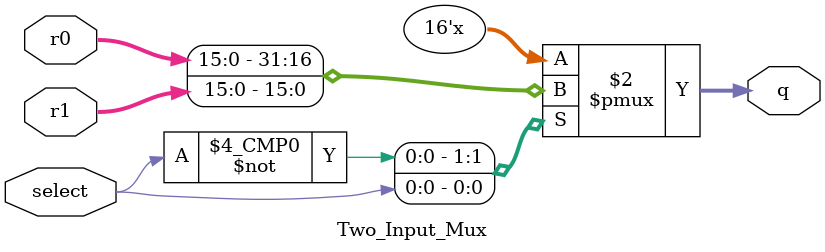
<source format=v>
`timescale 1ns / 1ps
module Two_Input_Mux( select, r0, r1, q );
input select;
input [15:0] r0;
input [15:0] r1;
output reg [15:0] q;


always @ (select, r0, r1, q)
begin
    case (select)
        2'b00:
            q = r0;
        2'b01:
            q = r1;
        default:
            q = r1;
    endcase
end
        

endmodule




</source>
